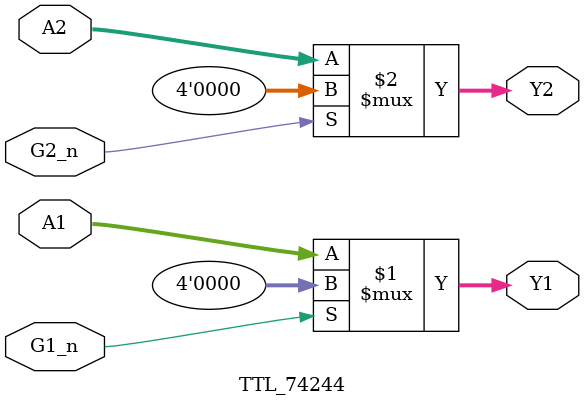
<source format=v>

/*
This device is organized as two 4-bit buffers and drivers with separate output-enable (G) inputs. 
* When G is low, the device passes data from the A inputs to the Y outputs.
* When G is high, the outputs are in the high impedance state.
*/

module TTL_74244( 
               input wire [3:0] A1,   // Data inputs (1A1-1A4)  
               input wire G1_n,       // Output Enable for A1->Y1 (active low)
               output wire [3:0] Y1,  // Data outputs (1Y1-1Y4) <= (1A1-1A4)


               input wire [3:0] A2,   // Data inputs (2A1-2A4)
               input wire G2_n,       // Output Enable (active low)               
               output wire [3:0] Y2   // Data inputs  (2Y1-2Y4) <= (2A1-2A4)
);

assign Y1 = G1_n ? 4'b0 : A1; // If G1_n is high, output is high-impedance
assign Y2 = G2_n ? 4'b0 : A2; // If G2_n is high, output is high-impedance 



endmodule

</source>
